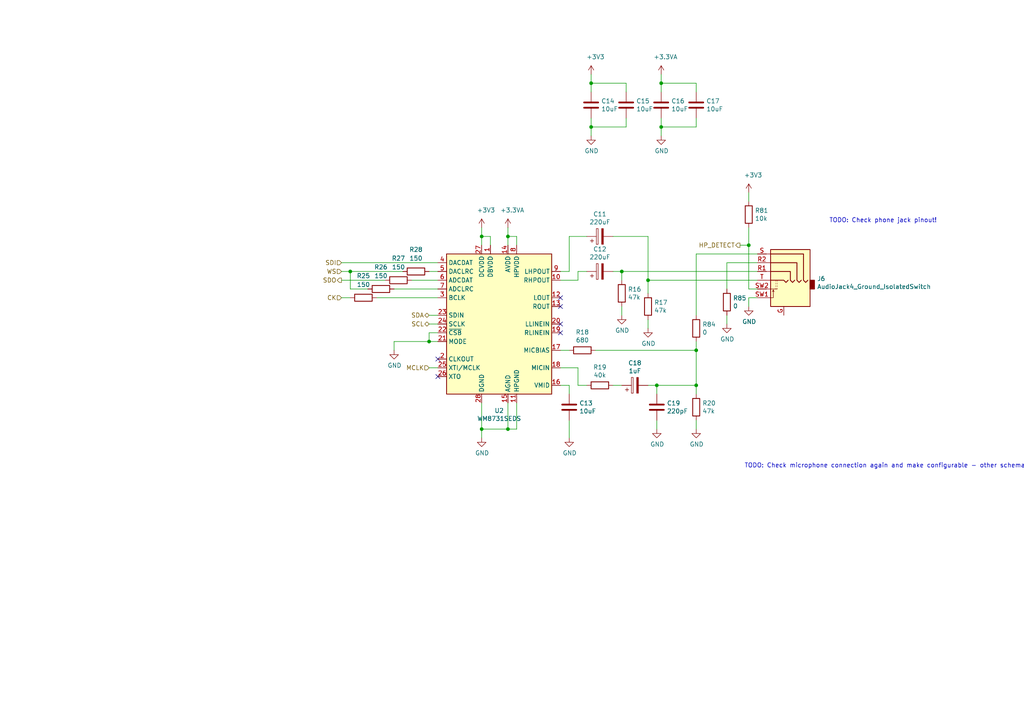
<source format=kicad_sch>
(kicad_sch (version 20201015) (generator eeschema)
  (paper "A4")
  (lib_symbols
    (symbol "Audio:WM8731SEDS"
      (property "Reference" "U" (at -13.97 21.59 0))
      (property "Value" "WM8731SEDS" (at 0 5.08 0))
      (symbol "WM8731SEDS_0_1"
        (rectangle (start -15.24 20.32) (end 15.24 -20.32) (stroke (width 0.254)) (fill (type background)))
      )
      (symbol "WM8731SEDS_1_1"
        (pin power_in line (at -2.54 22.86 270) (length 2.54) (name "DBVDD") (number "1"))
        (pin output line (at 17.78 12.7 180) (length 2.54) (name "RHPOUT") (number "10"))
        (pin power_in line (at 5.08 -22.86 90) (length 2.54) (name "HPGND") (number "11"))
        (pin output line (at 17.78 7.62 180) (length 2.54) (name "LOUT") (number "12"))
        (pin output line (at 17.78 5.08 180) (length 2.54) (name "ROUT") (number "13"))
        (pin power_in line (at 2.54 22.86 270) (length 2.54) (name "AVDD") (number "14"))
        (pin power_in line (at 2.54 -22.86 90) (length 2.54) (name "AGND") (number "15"))
        (pin passive line (at 17.78 -17.78 180) (length 2.54) (name "VMID") (number "16"))
        (pin output line (at 17.78 -7.62 180) (length 2.54) (name "MICBIAS") (number "17"))
        (pin input line (at 17.78 -12.7 180) (length 2.54) (name "MICIN") (number "18"))
        (pin input line (at 17.78 -2.54 180) (length 2.54) (name "RLINEIN") (number "19"))
        (pin output line (at -17.78 -10.16 0) (length 2.54) (name "CLKOUT") (number "2"))
        (pin input line (at 17.78 0 180) (length 2.54) (name "LLINEIN") (number "20"))
        (pin input line (at -17.78 -5.08 0) (length 2.54) (name "MODE") (number "21"))
        (pin input line (at -17.78 -2.54 0) (length 2.54) (name "~CSB") (number "22"))
        (pin bidirectional line (at -17.78 2.54 0) (length 2.54) (name "SDIN") (number "23"))
        (pin input line (at -17.78 0 0) (length 2.54) (name "SCLK") (number "24"))
        (pin input line (at -17.78 -12.7 0) (length 2.54) (name "XTI/MCLK") (number "25"))
        (pin output line (at -17.78 -15.24 0) (length 2.54) (name "XTO") (number "26"))
        (pin power_in line (at -5.08 22.86 270) (length 2.54) (name "DCVDD") (number "27"))
        (pin power_in line (at -5.08 -22.86 90) (length 2.54) (name "DGND") (number "28"))
        (pin bidirectional line (at -17.78 7.62 0) (length 2.54) (name "BCLK") (number "3"))
        (pin input line (at -17.78 17.78 0) (length 2.54) (name "DACDAT") (number "4"))
        (pin bidirectional line (at -17.78 15.24 0) (length 2.54) (name "DACLRC") (number "5"))
        (pin output line (at -17.78 12.7 0) (length 2.54) (name "ADCDAT") (number "6"))
        (pin bidirectional line (at -17.78 10.16 0) (length 2.54) (name "ADCLRC") (number "7"))
        (pin power_in line (at 5.08 22.86 270) (length 2.54) (name "HPVDD") (number "8"))
        (pin output line (at 17.78 15.24 180) (length 2.54) (name "LHPOUT") (number "9"))
      )
    )
    (symbol "Device:C" (pin_numbers hide) (pin_names (offset 0.254))
      (property "Reference" "C" (at 0.635 2.54 0))
      (property "Value" "C" (at 0.635 -2.54 0))
      (symbol "C_0_1"
        (polyline (pts (xy -2.032 -0.762) (xy 2.032 -0.762)) (stroke (width 0.508)))
        (polyline (pts (xy -2.032 0.762) (xy 2.032 0.762)) (stroke (width 0.508)))
      )
      (symbol "C_1_1"
        (pin passive line (at 0 3.81 270) (length 2.794) (name "~") (number "1"))
        (pin passive line (at 0 -3.81 90) (length 2.794) (name "~") (number "2"))
      )
    )
    (symbol "Device:C_Polarized" (pin_numbers hide) (pin_names (offset 0.254))
      (property "Reference" "C" (at 0.635 2.54 0))
      (property "Value" "C_Polarized" (at 0.635 -2.54 0))
      (symbol "C_Polarized_0_1"
        (rectangle (start -2.286 0.508) (end 2.286 1.016))
        (rectangle (start 2.286 -0.508) (end -2.286 -1.016) (fill (type outline)))
        (polyline (pts (xy -1.778 2.286) (xy -0.762 2.286)))
        (polyline (pts (xy -1.27 2.794) (xy -1.27 1.778)))
      )
      (symbol "C_Polarized_1_1"
        (pin passive line (at 0 3.81 270) (length 2.794) (name "~") (number "1"))
        (pin passive line (at 0 -3.81 90) (length 2.794) (name "~") (number "2"))
      )
    )
    (symbol "Device:R" (pin_numbers hide) (pin_names (offset 0))
      (property "Reference" "R" (at 2.032 0 90))
      (property "Value" "R" (at 0 0 90))
      (symbol "R_0_1"
        (rectangle (start -1.016 -2.54) (end 1.016 2.54) (stroke (width 0.254)))
      )
      (symbol "R_1_1"
        (pin passive line (at 0 3.81 270) (length 1.27) (name "~") (number "1"))
        (pin passive line (at 0 -3.81 90) (length 1.27) (name "~") (number "2"))
      )
    )
    (symbol "HackAmp-Symbols:AudioJack4_Ground_IsolatedSwitch"
      (property "Reference" "J" (at 0 11.43 0))
      (property "Value" "AudioJack4_Ground_IsolatedSwitch" (at 0 8.89 0))
      (symbol "AudioJack4_Ground_IsolatedSwitch_0_1"
        (rectangle (start -7.62 -2.54) (end -8.89 -5.08) (stroke (width 0.254)) (fill (type outline)))
        (rectangle (start -7.62 6.35) (end 3.81 -10.16) (stroke (width 0.254)) (fill (type background)))
        (polyline (pts (xy 3.81 2.54) (xy 5.08 2.54)))
        (polyline (pts (xy 5.08 -2.54) (xy 3.81 -2.54)))
        (polyline (pts (xy 5.08 0) (xy 3.81 0)))
        (polyline (pts (xy 5.08 5.08) (xy 3.81 5.08)))
        (polyline (pts (xy 5.08 -5.08) (xy 1.905 -5.08)))
        (polyline (pts (xy 1.905 -5.08) (xy 1.905 -4.826)) (stroke (width 0.001)))
        (polyline (pts (xy 1.905 -2.921) (xy 1.905 -2.54)) (stroke (width 0.001)))
        (polyline (pts (xy 1.905 -4.445) (xy 1.905 -4.064)) (stroke (width 0.001)))
        (polyline (pts (xy 1.905 -3.683) (xy 1.905 -3.302)) (stroke (width 0.001)))
        (polyline (pts (xy 2.286 -2.921) (xy 2.286 -2.54)) (stroke (width 0.001)))
        (polyline (pts (xy 2.286 -5.08) (xy 2.286 -4.826)) (stroke (width 0.001)))
        (polyline (pts (xy 2.286 -4.445) (xy 2.286 -4.064)) (stroke (width 0.001)))
        (polyline (pts (xy 2.286 -3.683) (xy 2.286 -3.302)) (stroke (width 0.001)))
      )
      (symbol "AudioJack4_Ground_IsolatedSwitch_1_1"
        (polyline (pts (xy 3.048 -5.334) (xy 3.302 -5.842)))
        (polyline (pts (xy -1.27 -2.54) (xy -0.635 -3.175) (xy 0 -2.54) (xy 3.81 -2.54)) (stroke (width 0.254)))
        (polyline (pts (xy 5.08 -7.62) (xy 3.048 -7.62) (xy 3.048 -5.334) (xy 2.794 -5.842)))
        (polyline (pts (xy -3.175 -2.54) (xy -2.54 -3.175) (xy -1.905 -2.54) (xy -1.905 0) (xy 3.81 0)) (stroke (width 0.254)))
        (polyline (pts (xy 3.81 2.54) (xy -3.81 2.54) (xy -3.81 -2.54) (xy -4.445 -3.175) (xy -5.08 -2.54)) (stroke (width 0.254)))
        (polyline (pts (xy 3.81 5.08) (xy -5.715 5.08) (xy -5.715 -2.54) (xy -6.35 -3.175) (xy -6.985 -2.54)) (stroke (width 0.254)))
        (pin passive line (at 0 -12.7 90) (length 2.54) (name "~") (number "G"))
        (pin passive line (at 7.62 0 180) (length 2.54) (name "~") (number "R1"))
        (pin passive line (at 7.62 2.54 180) (length 2.54) (name "~") (number "R2"))
        (pin passive line (at 7.62 5.08 180) (length 2.54) (name "~") (number "S"))
        (pin passive line (at 7.62 -2.54 180) (length 2.54) (name "~") (number "T"))
        (pin passive line (at 7.62 -7.62 180) (length 2.54) (name "~") (number "SW1"))
        (pin passive line (at 7.62 -5.08 180) (length 2.54) (name "~") (number "SW2"))
      )
    )
    (symbol "power:+3.3VA" (power) (pin_names (offset 0))
      (property "Value" "+3.3VA" (at 0 3.556 0))
      (symbol "+3.3VA_0_1"
        (polyline (pts (xy -0.762 1.27) (xy 0 2.54)))
        (polyline (pts (xy 0 0) (xy 0 2.54)))
        (polyline (pts (xy 0 2.54) (xy 0.762 1.27)))
      )
      (symbol "+3.3VA_1_1"
        (pin power_in line (at 0 0 90) (length 0) hide (name "+3.3VA") (number "1"))
      )
    )
    (symbol "power:+3V3" (power) (pin_names (offset 0))
      (property "Value" "+3V3" (at 0 3.556 0))
      (symbol "+3V3_0_1"
        (polyline (pts (xy -0.762 1.27) (xy 0 2.54)))
        (polyline (pts (xy 0 0) (xy 0 2.54)))
        (polyline (pts (xy 0 2.54) (xy 0.762 1.27)))
      )
      (symbol "+3V3_1_1"
        (pin power_in line (at 0 0 90) (length 0) hide (name "+3V3") (number "1"))
      )
    )
    (symbol "power:GND" (power) (pin_names (offset 0))
      (property "Value" "GND" (at 0 -3.81 0))
      (symbol "GND_0_1"
        (polyline (pts (xy 0 0) (xy 0 -1.27) (xy 1.27 -1.27) (xy 0 -2.54) (xy -1.27 -1.27) (xy 0 -1.27)))
      )
      (symbol "GND_1_1"
        (pin power_in line (at 0 0 270) (length 0) hide (name "GND") (number "1"))
      )
    )
  )
  (junction (at 101.6 78.74) (diameter 0.9144))
  (junction (at 124.46 99.06) (diameter 0.9144))
  (junction (at 139.7 68.58) (diameter 0.9144))
  (junction (at 139.7 124.46) (diameter 0.9144))
  (junction (at 147.32 68.58) (diameter 0.9144))
  (junction (at 147.32 124.46) (diameter 0.9144))
  (junction (at 171.45 24.13) (diameter 0.9144))
  (junction (at 171.45 36.83) (diameter 0.9144))
  (junction (at 180.34 78.74) (diameter 0.9144))
  (junction (at 187.96 81.28) (diameter 0.9144))
  (junction (at 190.5 111.76) (diameter 0.9144))
  (junction (at 191.77 24.13) (diameter 0.9144))
  (junction (at 191.77 36.83) (diameter 0.9144))
  (junction (at 201.93 101.6) (diameter 0.9144))
  (junction (at 201.93 111.76) (diameter 0.9144))
  (junction (at 217.17 71.12) (diameter 0.9144))
  (no_connect (at 127 104.14))
  (no_connect (at 162.56 96.52))
  (no_connect (at 162.56 86.36))
  (no_connect (at 127 109.22))
  (no_connect (at 162.56 93.98))
  (no_connect (at 162.56 88.9))
  (wire (pts (xy 99.06 76.2) (xy 127 76.2)))
  (wire (pts (xy 99.06 78.74) (xy 101.6 78.74)))
  (wire (pts (xy 99.06 81.28) (xy 111.76 81.28)))
  (wire (pts (xy 99.06 86.36) (xy 101.6 86.36)))
  (wire (pts (xy 101.6 78.74) (xy 101.6 83.82)))
  (wire (pts (xy 101.6 78.74) (xy 116.84 78.74)))
  (wire (pts (xy 101.6 83.82) (xy 106.68 83.82)))
  (wire (pts (xy 109.22 86.36) (xy 127 86.36)))
  (wire (pts (xy 114.3 83.82) (xy 127 83.82)))
  (wire (pts (xy 114.3 99.06) (xy 124.46 99.06)))
  (wire (pts (xy 114.3 101.6) (xy 114.3 99.06)))
  (wire (pts (xy 119.38 81.28) (xy 127 81.28)))
  (wire (pts (xy 124.46 78.74) (xy 127 78.74)))
  (wire (pts (xy 124.46 91.44) (xy 127 91.44)))
  (wire (pts (xy 124.46 93.98) (xy 127 93.98)))
  (wire (pts (xy 124.46 96.52) (xy 124.46 99.06)))
  (wire (pts (xy 124.46 99.06) (xy 127 99.06)))
  (wire (pts (xy 124.46 106.68) (xy 127 106.68)))
  (wire (pts (xy 127 96.52) (xy 124.46 96.52)))
  (wire (pts (xy 139.7 66.04) (xy 139.7 68.58)))
  (wire (pts (xy 139.7 68.58) (xy 142.24 68.58)))
  (wire (pts (xy 139.7 71.12) (xy 139.7 68.58)))
  (wire (pts (xy 139.7 124.46) (xy 139.7 116.84)))
  (wire (pts (xy 139.7 124.46) (xy 139.7 127)))
  (wire (pts (xy 142.24 71.12) (xy 142.24 68.58)))
  (wire (pts (xy 147.32 66.04) (xy 147.32 68.58)))
  (wire (pts (xy 147.32 68.58) (xy 149.86 68.58)))
  (wire (pts (xy 147.32 71.12) (xy 147.32 68.58)))
  (wire (pts (xy 147.32 116.84) (xy 147.32 124.46)))
  (wire (pts (xy 147.32 124.46) (xy 139.7 124.46)))
  (wire (pts (xy 149.86 68.58) (xy 149.86 71.12)))
  (wire (pts (xy 149.86 116.84) (xy 149.86 124.46)))
  (wire (pts (xy 149.86 124.46) (xy 147.32 124.46)))
  (wire (pts (xy 162.56 78.74) (xy 165.1 78.74)))
  (wire (pts (xy 162.56 81.28) (xy 167.64 81.28)))
  (wire (pts (xy 162.56 101.6) (xy 165.1 101.6)))
  (wire (pts (xy 162.56 106.68) (xy 167.64 106.68)))
  (wire (pts (xy 162.56 111.76) (xy 165.1 111.76)))
  (wire (pts (xy 165.1 68.58) (xy 170.18 68.58)))
  (wire (pts (xy 165.1 78.74) (xy 165.1 68.58)))
  (wire (pts (xy 165.1 114.3) (xy 165.1 111.76)))
  (wire (pts (xy 165.1 121.92) (xy 165.1 127)))
  (wire (pts (xy 167.64 78.74) (xy 170.18 78.74)))
  (wire (pts (xy 167.64 81.28) (xy 167.64 78.74)))
  (wire (pts (xy 167.64 106.68) (xy 167.64 111.76)))
  (wire (pts (xy 167.64 111.76) (xy 170.18 111.76)))
  (wire (pts (xy 171.45 21.59) (xy 171.45 24.13)))
  (wire (pts (xy 171.45 24.13) (xy 181.61 24.13)))
  (wire (pts (xy 171.45 26.67) (xy 171.45 24.13)))
  (wire (pts (xy 171.45 34.29) (xy 171.45 36.83)))
  (wire (pts (xy 171.45 36.83) (xy 171.45 39.37)))
  (wire (pts (xy 171.45 36.83) (xy 181.61 36.83)))
  (wire (pts (xy 177.8 68.58) (xy 187.96 68.58)))
  (wire (pts (xy 177.8 78.74) (xy 180.34 78.74)))
  (wire (pts (xy 177.8 111.76) (xy 180.34 111.76)))
  (wire (pts (xy 180.34 78.74) (xy 180.34 81.28)))
  (wire (pts (xy 180.34 88.9) (xy 180.34 91.44)))
  (wire (pts (xy 181.61 26.67) (xy 181.61 24.13)))
  (wire (pts (xy 181.61 34.29) (xy 181.61 36.83)))
  (wire (pts (xy 187.96 68.58) (xy 187.96 81.28)))
  (wire (pts (xy 187.96 81.28) (xy 187.96 85.09)))
  (wire (pts (xy 187.96 81.28) (xy 219.71 81.28)))
  (wire (pts (xy 187.96 95.25) (xy 187.96 92.71)))
  (wire (pts (xy 187.96 111.76) (xy 190.5 111.76)))
  (wire (pts (xy 190.5 111.76) (xy 190.5 114.3)))
  (wire (pts (xy 190.5 121.92) (xy 190.5 124.46)))
  (wire (pts (xy 191.77 21.59) (xy 191.77 24.13)))
  (wire (pts (xy 191.77 24.13) (xy 201.93 24.13)))
  (wire (pts (xy 191.77 26.67) (xy 191.77 24.13)))
  (wire (pts (xy 191.77 36.83) (xy 191.77 34.29)))
  (wire (pts (xy 191.77 36.83) (xy 191.77 39.37)))
  (wire (pts (xy 191.77 36.83) (xy 201.93 36.83)))
  (wire (pts (xy 201.93 24.13) (xy 201.93 26.67)))
  (wire (pts (xy 201.93 36.83) (xy 201.93 34.29)))
  (wire (pts (xy 201.93 73.66) (xy 201.93 91.44)))
  (wire (pts (xy 201.93 73.66) (xy 219.71 73.66)))
  (wire (pts (xy 201.93 99.06) (xy 201.93 101.6)))
  (wire (pts (xy 201.93 101.6) (xy 172.72 101.6)))
  (wire (pts (xy 201.93 111.76) (xy 190.5 111.76)))
  (wire (pts (xy 201.93 111.76) (xy 201.93 101.6)))
  (wire (pts (xy 201.93 114.3) (xy 201.93 111.76)))
  (wire (pts (xy 201.93 124.46) (xy 201.93 121.92)))
  (wire (pts (xy 210.82 76.2) (xy 210.82 83.82)))
  (wire (pts (xy 210.82 91.44) (xy 210.82 93.98)))
  (wire (pts (xy 214.63 71.12) (xy 217.17 71.12)))
  (wire (pts (xy 217.17 55.88) (xy 217.17 58.42)))
  (wire (pts (xy 217.17 66.04) (xy 217.17 71.12)))
  (wire (pts (xy 217.17 71.12) (xy 217.17 83.82)))
  (wire (pts (xy 217.17 83.82) (xy 219.71 83.82)))
  (wire (pts (xy 217.17 86.36) (xy 217.17 88.9)))
  (wire (pts (xy 219.71 76.2) (xy 210.82 76.2)))
  (wire (pts (xy 219.71 78.74) (xy 180.34 78.74)))
  (wire (pts (xy 219.71 86.36) (xy 217.17 86.36)))
  (text "TODO: Check microphone connection again and make configurable - other schematics connect only the ring!" (at 215.9 135.89 0) (effects (font (size 1.27 1.27)) (justify left bottom)))
  (text "TODO: Check phone jack pinout!" (at 271.78 64.77 180) (effects (font (size 1.27 1.27)) (justify right bottom)))
  (hierarchical_label "SDI" (shape input) (at 99.06 76.2 180))
  (hierarchical_label "WS" (shape input) (at 99.06 78.74 180))
  (hierarchical_label "SDO" (shape output) (at 99.06 81.28 180))
  (hierarchical_label "CK" (shape input) (at 99.06 86.36 180))
  (hierarchical_label "SDA" (shape bidirectional) (at 124.46 91.44 180))
  (hierarchical_label "SCL" (shape bidirectional) (at 124.46 93.98 180))
  (hierarchical_label "MCLK" (shape input) (at 124.46 106.68 180))
  (hierarchical_label "HP_DETECT" (shape output) (at 214.63 71.12 180))
  (symbol (lib_id "power:+3V3") (at 139.7 66.04 0) (unit 1)
    (property "Reference" "#PWR0154" (effects hide))
    (property "Value" "+3V3" (at 140.97 60.96 0))
  )
  (symbol (lib_id "power:+3.3VA") (at 147.32 66.04 0) (unit 1)
    (property "Reference" "#PWR0155" (effects hide))
    (property "Value" "+3.3VA" (at 148.59 60.96 0))
  )
  (symbol (lib_id "power:+3V3") (at 171.45 21.59 0) (unit 1)
    (property "Reference" "#PWR0153" (effects hide))
    (property "Value" "+3V3" (at 172.72 16.51 0))
  )
  (symbol (lib_id "power:+3.3VA") (at 191.77 21.59 0) (unit 1)
    (property "Reference" "#PWR0151" (effects hide))
    (property "Value" "+3.3VA" (at 193.04 16.51 0))
  )
  (symbol (lib_id "power:+3V3") (at 217.17 55.88 0) (unit 1)
    (property "Reference" "#PWR01" (effects hide))
    (property "Value" "+3V3" (at 218.44 50.8 0))
  )
  (symbol (lib_id "power:GND") (at 114.3 101.6 0) (unit 1)
    (property "Reference" "#PWR0156" (effects hide))
    (property "Value" "GND" (at 114.427 105.9942 0))
  )
  (symbol (lib_id "power:GND") (at 139.7 127 0) (unit 1)
    (property "Reference" "#PWR0119" (effects hide))
    (property "Value" "GND" (at 139.827 131.3942 0))
  )
  (symbol (lib_id "power:GND") (at 165.1 127 0) (unit 1)
    (property "Reference" "#PWR0120" (effects hide))
    (property "Value" "GND" (at 165.227 131.3942 0))
  )
  (symbol (lib_id "power:GND") (at 171.45 39.37 0) (unit 1)
    (property "Reference" "#PWR0121" (effects hide))
    (property "Value" "GND" (at 171.577 43.7642 0))
  )
  (symbol (lib_id "power:GND") (at 180.34 91.44 0) (unit 1)
    (property "Reference" "#PWR0122" (effects hide))
    (property "Value" "GND" (at 180.467 95.8342 0))
  )
  (symbol (lib_id "power:GND") (at 187.96 95.25 0) (unit 1)
    (property "Reference" "#PWR0123" (effects hide))
    (property "Value" "GND" (at 188.087 99.6442 0))
  )
  (symbol (lib_id "power:GND") (at 190.5 124.46 0) (unit 1)
    (property "Reference" "#PWR0125" (effects hide))
    (property "Value" "GND" (at 190.627 128.8542 0))
  )
  (symbol (lib_id "power:GND") (at 191.77 39.37 0) (unit 1)
    (property "Reference" "#PWR0152" (effects hide))
    (property "Value" "GND" (at 191.897 43.7642 0))
  )
  (symbol (lib_id "power:GND") (at 201.93 124.46 0) (unit 1)
    (property "Reference" "#PWR0126" (effects hide))
    (property "Value" "GND" (at 202.057 128.8542 0))
  )
  (symbol (lib_id "power:GND") (at 210.82 93.98 0) (unit 1)
    (property "Reference" "#PWR05" (effects hide))
    (property "Value" "GND" (at 210.947 98.3742 0))
  )
  (symbol (lib_id "power:GND") (at 217.17 88.9 0) (unit 1)
    (property "Reference" "#PWR02" (effects hide))
    (property "Value" "GND" (at 217.297 93.2942 0))
  )
  (symbol (lib_id "Device:R") (at 105.41 86.36 90) (unit 1)
    (property "Reference" "R25" (at 105.41 80.01 90))
    (property "Value" "150" (at 105.41 82.55 90))
    (property "Footprint" "Resistor_SMD:R_0603_1608Metric" (effects hide))
  )
  (symbol (lib_id "Device:R") (at 110.49 83.82 90) (unit 1)
    (property "Reference" "R26" (at 110.49 77.47 90))
    (property "Value" "150" (at 110.49 80.01 90))
    (property "Footprint" "Resistor_SMD:R_0603_1608Metric" (effects hide))
  )
  (symbol (lib_id "Device:R") (at 115.57 81.28 90) (unit 1)
    (property "Reference" "R27" (at 115.57 74.93 90))
    (property "Value" "150" (at 115.57 77.47 90))
    (property "Footprint" "Resistor_SMD:R_0603_1608Metric" (effects hide))
  )
  (symbol (lib_id "Device:R") (at 120.65 78.74 90) (unit 1)
    (property "Reference" "R28" (at 120.65 72.39 90))
    (property "Value" "150" (at 120.65 74.93 90))
    (property "Footprint" "Resistor_SMD:R_0603_1608Metric" (effects hide))
  )
  (symbol (lib_id "Device:R") (at 168.91 101.6 270) (unit 1)
    (property "Reference" "R18" (at 168.91 96.3422 90))
    (property "Value" "680" (at 168.91 98.6536 90))
    (property "Footprint" "Resistor_SMD:R_0603_1608Metric" (effects hide))
  )
  (symbol (lib_id "Device:R") (at 173.99 111.76 270) (unit 1)
    (property "Reference" "R19" (at 173.99 106.5022 90))
    (property "Value" "40k" (at 173.99 108.8136 90))
    (property "Footprint" "Resistor_SMD:R_0603_1608Metric" (effects hide))
  )
  (symbol (lib_id "Device:R") (at 180.34 85.09 0) (unit 1)
    (property "Reference" "R16" (at 182.118 83.9216 0) (effects (justify left)))
    (property "Value" "47k" (at 182.118 86.233 0) (effects (justify left)))
    (property "Footprint" "Resistor_SMD:R_0603_1608Metric" (effects hide))
  )
  (symbol (lib_id "Device:R") (at 187.96 88.9 0) (unit 1)
    (property "Reference" "R17" (at 189.738 87.7316 0) (effects (justify left)))
    (property "Value" "47k" (at 189.738 90.043 0) (effects (justify left)))
    (property "Footprint" "Resistor_SMD:R_0603_1608Metric" (effects hide))
  )
  (symbol (lib_id "Device:R") (at 201.93 95.25 0) (unit 1)
    (property "Reference" "R84" (at 203.708 94.0816 0) (effects (justify left)))
    (property "Value" "0" (at 203.708 96.393 0) (effects (justify left)))
    (property "Footprint" "Resistor_SMD:R_0603_1608Metric" (effects hide))
  )
  (symbol (lib_id "Device:R") (at 201.93 118.11 0) (unit 1)
    (property "Reference" "R20" (at 203.708 116.9416 0) (effects (justify left)))
    (property "Value" "47k" (at 203.708 119.253 0) (effects (justify left)))
    (property "Footprint" "Resistor_SMD:R_0603_1608Metric" (effects hide))
  )
  (symbol (lib_id "Device:R") (at 210.82 87.63 0) (unit 1)
    (property "Reference" "R85" (at 212.598 86.4616 0) (effects (justify left)))
    (property "Value" "0" (at 212.598 88.773 0) (effects (justify left)))
    (property "Footprint" "Resistor_SMD:R_0603_1608Metric" (effects hide))
  )
  (symbol (lib_id "Device:R") (at 217.17 62.23 0) (unit 1)
    (property "Reference" "R81" (at 218.948 61.0616 0) (effects (justify left)))
    (property "Value" "10k" (at 218.948 63.373 0) (effects (justify left)))
    (property "Footprint" "Resistor_SMD:R_0603_1608Metric" (effects hide))
  )
  (symbol (lib_id "Device:C") (at 165.1 118.11 0) (unit 1)
    (property "Reference" "C13" (at 168.021 116.9416 0) (effects (justify left)))
    (property "Value" "10uF" (at 168.021 119.253 0) (effects (justify left)))
    (property "Footprint" "Capacitor_SMD:C_0805_2012Metric" (effects hide))
    (property "Part Name" "Taiyo Yuden LMK212F106ZG-T" (effects hide))
  )
  (symbol (lib_id "Device:C") (at 171.45 30.48 0) (unit 1)
    (property "Reference" "C14" (at 174.371 29.3116 0) (effects (justify left)))
    (property "Value" "10uF" (at 174.371 31.623 0) (effects (justify left)))
    (property "Footprint" "Capacitor_SMD:C_0805_2012Metric" (effects hide))
    (property "Part Name" "Taiyo Yuden LMK212F106ZG-T" (effects hide))
  )
  (symbol (lib_id "Device:C_Polarized") (at 173.99 68.58 90) (unit 1)
    (property "Reference" "C11" (at 173.99 62.103 90))
    (property "Value" "220uF" (at 173.99 64.4144 90))
    (property "Footprint" "Capacitor_SMD:CP_Elec_6.3x7.7" (effects hide))
  )
  (symbol (lib_id "Device:C_Polarized") (at 173.99 78.74 90) (unit 1)
    (property "Reference" "C12" (at 173.99 72.263 90))
    (property "Value" "220uF" (at 173.99 74.5744 90))
    (property "Footprint" "Capacitor_SMD:CP_Elec_6.3x7.7" (effects hide))
  )
  (symbol (lib_id "Device:C") (at 181.61 30.48 0) (unit 1)
    (property "Reference" "C15" (at 184.531 29.3116 0) (effects (justify left)))
    (property "Value" "10uF" (at 184.531 31.623 0) (effects (justify left)))
    (property "Footprint" "Capacitor_SMD:C_0805_2012Metric" (effects hide))
    (property "Part Name" "Taiyo Yuden LMK212F106ZG-T" (effects hide))
  )
  (symbol (lib_id "Device:C_Polarized") (at 184.15 111.76 90) (unit 1)
    (property "Reference" "C18" (at 184.15 105.283 90))
    (property "Value" "1uF" (at 184.15 107.5944 90))
    (property "Footprint" "Capacitor_SMD:CP_Elec_4x5.4" (effects hide))
  )
  (symbol (lib_id "Device:C") (at 190.5 118.11 0) (unit 1)
    (property "Reference" "C19" (at 193.421 116.9416 0) (effects (justify left)))
    (property "Value" "220pF" (at 193.421 119.253 0) (effects (justify left)))
    (property "Footprint" "Capacitor_SMD:C_0603_1608Metric" (effects hide))
    (property "Part Name" "Vishay VJ0603A221JNAAO" (effects hide))
  )
  (symbol (lib_id "Device:C") (at 191.77 30.48 0) (unit 1)
    (property "Reference" "C16" (at 194.691 29.3116 0) (effects (justify left)))
    (property "Value" "10uF" (at 194.691 31.623 0) (effects (justify left)))
    (property "Footprint" "Capacitor_SMD:C_0805_2012Metric" (effects hide))
    (property "Part Name" "Taiyo Yuden LMK212F106ZG-T" (effects hide))
  )
  (symbol (lib_id "Device:C") (at 201.93 30.48 0) (unit 1)
    (property "Reference" "C17" (at 204.851 29.3116 0) (effects (justify left)))
    (property "Value" "10uF" (at 204.851 31.623 0) (effects (justify left)))
    (property "Footprint" "Capacitor_SMD:C_0805_2012Metric" (effects hide))
    (property "Part Name" "Taiyo Yuden LMK212F106ZG-T" (effects hide))
  )
  (symbol (lib_id "HackAmp-Symbols:AudioJack4_Ground_IsolatedSwitch") (at 227.33 78.74 0) (mirror y) (unit 1)
    (property "Reference" "J6" (at 236.9821 80.8418 0) (effects (justify right)))
    (property "Value" "AudioJack4_Ground_IsolatedSwitch" (at 236.9821 83.1405 0) (effects (justify right)))
    (property "Footprint" "HackAmp-Footprints:Jack_3.5mm_CUI_SJ-435107RS_Horizontal" (effects hide))
  )
  (symbol (lib_id "Audio:WM8731SEDS") (at 144.78 93.98 0) (unit 1)
    (property "Reference" "U2" (at 144.78 119.1006 0))
    (property "Value" "WM8731SEDS" (at 144.78 121.412 0))
    (property "Footprint" "Package_SO:SSOP-28_5.3x10.2mm_P0.65mm" (effects hide))
    (property "Datasheet" "https://statics.cirrus.com/pubs/proDatasheet/WM8731_v4.9.pdf" (effects hide))
  )
)
</source>
